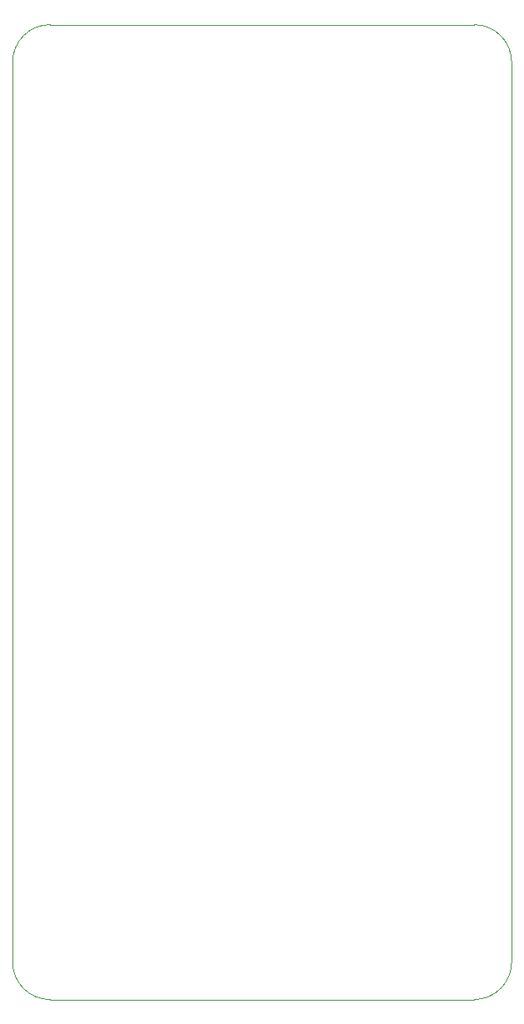
<source format=gm1>
G04 #@! TF.GenerationSoftware,KiCad,Pcbnew,(5.1.10)-1*
G04 #@! TF.CreationDate,2022-02-12T13:03:44-05:00*
G04 #@! TF.ProjectId,M5_BuggyProject,4d355f42-7567-4677-9950-726f6a656374,v1.0*
G04 #@! TF.SameCoordinates,Original*
G04 #@! TF.FileFunction,Profile,NP*
%FSLAX46Y46*%
G04 Gerber Fmt 4.6, Leading zero omitted, Abs format (unit mm)*
G04 Created by KiCad (PCBNEW (5.1.10)-1) date 2022-02-12 13:03:44*
%MOMM*%
%LPD*%
G01*
G04 APERTURE LIST*
G04 #@! TA.AperFunction,Profile*
%ADD10C,0.025400*%
G04 #@! TD*
G04 APERTURE END LIST*
D10*
X75438000Y-26416000D02*
X118618000Y-26416000D01*
X75438000Y-125476000D02*
X118618000Y-125476000D01*
X71628000Y-121666000D02*
X71628000Y-30226000D01*
X122428000Y-30226000D02*
X122428000Y-121666000D01*
X75438000Y-125476000D02*
G75*
G02*
X71628000Y-121666000I0J3810000D01*
G01*
X122428000Y-121666000D02*
G75*
G02*
X118618000Y-125476000I-3810000J0D01*
G01*
X71628000Y-30226000D02*
G75*
G02*
X75438000Y-26416000I3810000J0D01*
G01*
X118618000Y-26416000D02*
G75*
G02*
X122428000Y-30226000I0J-3810000D01*
G01*
M02*

</source>
